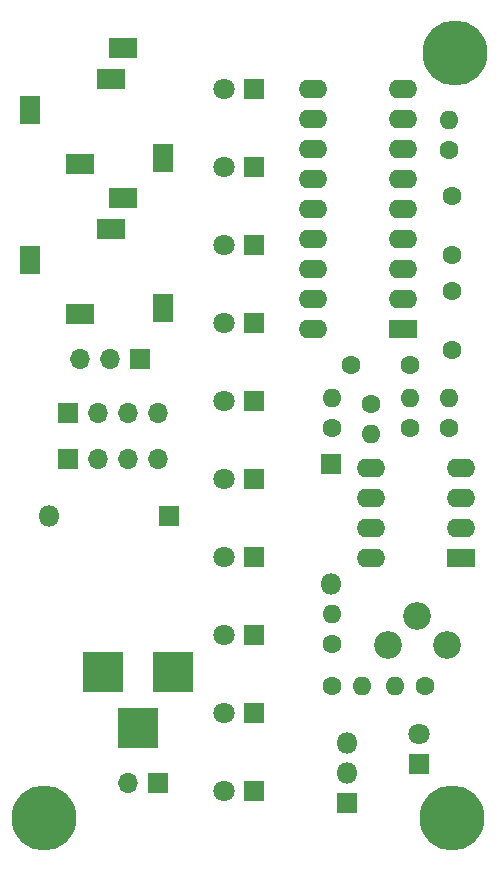
<source format=gbr>
G04 #@! TF.FileFunction,Soldermask,Bot*
%FSLAX46Y46*%
G04 Gerber Fmt 4.6, Leading zero omitted, Abs format (unit mm)*
G04 Created by KiCad (PCBNEW 4.0.2-stable) date 19/08/2017 21:27:21*
%MOMM*%
G01*
G04 APERTURE LIST*
%ADD10C,0.100000*%
%ADD11C,2.340000*%
%ADD12R,2.400000X1.600000*%
%ADD13O,2.400000X1.600000*%
%ADD14R,1.700000X1.700000*%
%ADD15O,1.700000X1.700000*%
%ADD16C,1.600000*%
%ADD17R,2.400000X1.700000*%
%ADD18R,1.700000X2.400000*%
%ADD19O,1.600000X1.600000*%
%ADD20R,1.800000X1.800000*%
%ADD21O,1.800000X1.800000*%
%ADD22C,1.800000*%
%ADD23R,3.500000X3.500000*%
%ADD24C,5.500000*%
G04 APERTURE END LIST*
D10*
D11*
X155749000Y-128905000D03*
X153249000Y-126405000D03*
X150749000Y-128905000D03*
D12*
X156972000Y-121539000D03*
D13*
X149352000Y-113919000D03*
X156972000Y-118999000D03*
X149352000Y-116459000D03*
X156972000Y-116459000D03*
X149352000Y-118999000D03*
X156972000Y-113919000D03*
X149352000Y-121539000D03*
D14*
X123698000Y-113157000D03*
D15*
X126238000Y-113157000D03*
X128778000Y-113157000D03*
X131318000Y-113157000D03*
D12*
X152019000Y-102108000D03*
D13*
X144399000Y-81788000D03*
X152019000Y-99568000D03*
X144399000Y-84328000D03*
X152019000Y-97028000D03*
X144399000Y-86868000D03*
X152019000Y-94488000D03*
X144399000Y-89408000D03*
X152019000Y-91948000D03*
X144399000Y-91948000D03*
X152019000Y-89408000D03*
X144399000Y-94488000D03*
X152019000Y-86868000D03*
X144399000Y-97028000D03*
X152019000Y-84328000D03*
X144399000Y-99568000D03*
X152019000Y-81788000D03*
X144399000Y-102108000D03*
D16*
X152654000Y-105156000D03*
X147654000Y-105156000D03*
D17*
X128345000Y-78359000D03*
X127345000Y-80959000D03*
D18*
X120445000Y-83559000D03*
X131745000Y-87659000D03*
D17*
X124645000Y-88159000D03*
D14*
X123698000Y-109220000D03*
D15*
X126238000Y-109220000D03*
X128778000Y-109220000D03*
X131318000Y-109220000D03*
D16*
X146050000Y-110490000D03*
D19*
X146050000Y-107950000D03*
D16*
X152654000Y-110490000D03*
D19*
X152654000Y-107950000D03*
D20*
X132207000Y-117983000D03*
D21*
X122047000Y-117983000D03*
D16*
X156210000Y-95885000D03*
X156210000Y-90885000D03*
X156210000Y-103886000D03*
X156210000Y-98886000D03*
D20*
X153416000Y-138938000D03*
D22*
X153416000Y-136398000D03*
D20*
X145923000Y-113538000D03*
D21*
X145923000Y-123698000D03*
D20*
X139446000Y-141224000D03*
D22*
X136906000Y-141224000D03*
D20*
X139446000Y-134620000D03*
D22*
X136906000Y-134620000D03*
D20*
X139446000Y-128016000D03*
D22*
X136906000Y-128016000D03*
D20*
X139446000Y-121412000D03*
D22*
X136906000Y-121412000D03*
D20*
X139446000Y-114808000D03*
D22*
X136906000Y-114808000D03*
D20*
X139446000Y-108204000D03*
D22*
X136906000Y-108204000D03*
D20*
X139446000Y-101600000D03*
D22*
X136906000Y-101600000D03*
D20*
X139446000Y-94996000D03*
D22*
X136906000Y-94996000D03*
D20*
X139446000Y-88392000D03*
D22*
X136906000Y-88392000D03*
D20*
X139446000Y-81788000D03*
D22*
X136906000Y-81788000D03*
D17*
X128345000Y-91059000D03*
X127345000Y-93659000D03*
D18*
X120445000Y-96259000D03*
X131745000Y-100359000D03*
D17*
X124645000Y-100859000D03*
D14*
X129794000Y-104648000D03*
D15*
X127254000Y-104648000D03*
X124714000Y-104648000D03*
D23*
X132588000Y-131191000D03*
X126588000Y-131191000D03*
X129588000Y-135891000D03*
D14*
X131318000Y-140589000D03*
D15*
X128778000Y-140589000D03*
D16*
X146050000Y-132334000D03*
D19*
X148590000Y-132334000D03*
D16*
X146050000Y-128778000D03*
D19*
X146050000Y-126238000D03*
D16*
X155956000Y-86995000D03*
D19*
X155956000Y-84455000D03*
D16*
X155956000Y-110490000D03*
D19*
X155956000Y-107950000D03*
D16*
X149352000Y-108458000D03*
D19*
X149352000Y-110998000D03*
D16*
X153924000Y-132334000D03*
D19*
X151384000Y-132334000D03*
D20*
X147320000Y-142240000D03*
D21*
X147320000Y-139700000D03*
X147320000Y-137160000D03*
D24*
X121666000Y-143510000D03*
X156464000Y-78740000D03*
X156210000Y-143510000D03*
M02*

</source>
